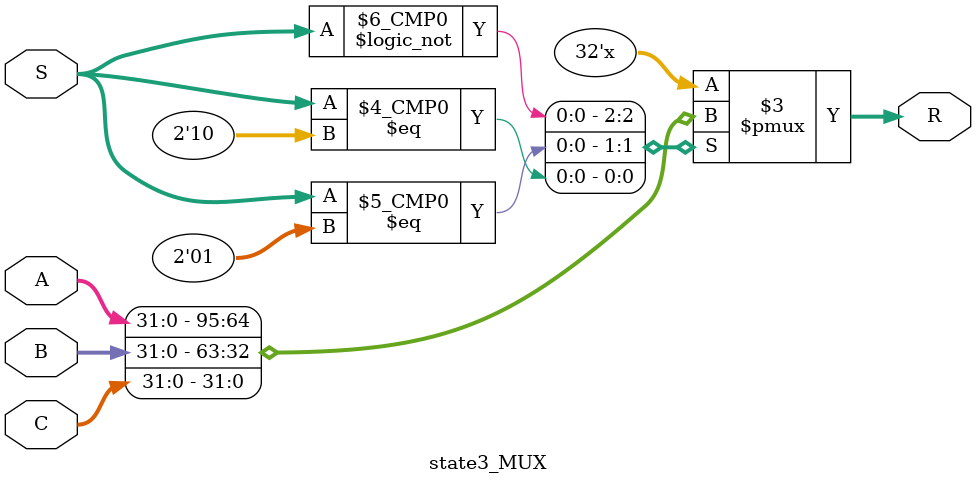
<source format=sv>
`timescale 1ns / 1ps

module state3_MUX(
    input logic [31:0] A,
    input logic [31:0] B,
    input logic [31:0] C,
    input logic [1:0] S,
    output logic [31:0] R
    );
    
    always_comb begin
        case(S)
            2'b00: R = A;
            2'b01: R = B;
            2'b10: R = C;
        endcase
    end
endmodule

</source>
